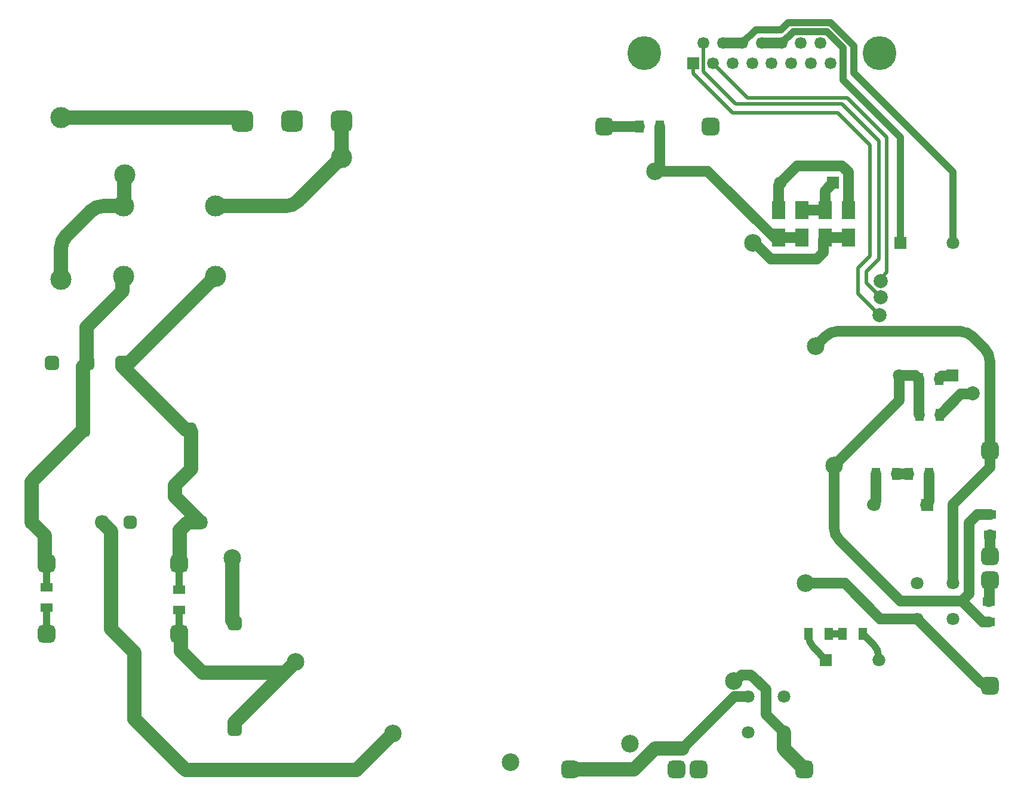
<source format=gbl>
G04*
G04 #@! TF.GenerationSoftware,Altium Limited,Altium Designer,22.4.2 (48)*
G04*
G04 Layer_Physical_Order=2*
G04 Layer_Color=16711680*
%FSLAX25Y25*%
%MOIN*%
G70*
G04*
G04 #@! TF.SameCoordinates,23B923AA-DDFE-472D-9B1F-352181B22740*
G04*
G04*
G04 #@! TF.FilePolarity,Positive*
G04*
G01*
G75*
%ADD31C,0.07874*%
%ADD32C,0.05906*%
%ADD33R,0.07087X0.04528*%
%ADD34R,0.04528X0.07087*%
%ADD35C,0.03937*%
%ADD36C,0.11811*%
G04:AMPARAMS|DCode=37|XSize=78.74mil|YSize=78.74mil|CornerRadius=19.68mil|HoleSize=0mil|Usage=FLASHONLY|Rotation=180.000|XOffset=0mil|YOffset=0mil|HoleType=Round|Shape=RoundedRectangle|*
%AMROUNDEDRECTD37*
21,1,0.07874,0.03937,0,0,180.0*
21,1,0.03937,0.07874,0,0,180.0*
1,1,0.03937,-0.01968,0.01968*
1,1,0.03937,0.01968,0.01968*
1,1,0.03937,0.01968,-0.01968*
1,1,0.03937,-0.01968,-0.01968*
%
%ADD37ROUNDEDRECTD37*%
%ADD38C,0.18898*%
%ADD39C,0.06653*%
%ADD40R,0.06653X0.06653*%
G04:AMPARAMS|DCode=41|XSize=118.11mil|YSize=118.11mil|CornerRadius=29.53mil|HoleSize=0mil|Usage=FLASHONLY|Rotation=0.000|XOffset=0mil|YOffset=0mil|HoleType=Round|Shape=RoundedRectangle|*
%AMROUNDEDRECTD41*
21,1,0.11811,0.05906,0,0,0.0*
21,1,0.05906,0.11811,0,0,0.0*
1,1,0.05906,0.02953,-0.02953*
1,1,0.05906,-0.02953,-0.02953*
1,1,0.05906,-0.02953,0.02953*
1,1,0.05906,0.02953,0.02953*
%
%ADD41ROUNDEDRECTD41*%
%ADD42C,0.07087*%
%ADD43R,0.07087X0.07087*%
G04:AMPARAMS|DCode=44|XSize=98.43mil|YSize=98.43mil|CornerRadius=24.61mil|HoleSize=0mil|Usage=FLASHONLY|Rotation=180.000|XOffset=0mil|YOffset=0mil|HoleType=Round|Shape=RoundedRectangle|*
%AMROUNDEDRECTD44*
21,1,0.09843,0.04921,0,0,180.0*
21,1,0.04921,0.09843,0,0,180.0*
1,1,0.04921,-0.02461,0.02461*
1,1,0.04921,0.02461,0.02461*
1,1,0.04921,0.02461,-0.02461*
1,1,0.04921,-0.02461,-0.02461*
%
%ADD44ROUNDEDRECTD44*%
%ADD45C,0.09843*%
G04:AMPARAMS|DCode=46|XSize=98.43mil|YSize=98.43mil|CornerRadius=24.61mil|HoleSize=0mil|Usage=FLASHONLY|Rotation=90.000|XOffset=0mil|YOffset=0mil|HoleType=Round|Shape=RoundedRectangle|*
%AMROUNDEDRECTD46*
21,1,0.09843,0.04921,0,0,90.0*
21,1,0.04921,0.09843,0,0,90.0*
1,1,0.04921,0.02461,0.02461*
1,1,0.04921,0.02461,-0.02461*
1,1,0.04921,-0.02461,-0.02461*
1,1,0.04921,-0.02461,0.02461*
%
%ADD46ROUNDEDRECTD46*%
G04:AMPARAMS|DCode=47|XSize=78.74mil|YSize=78.74mil|CornerRadius=19.68mil|HoleSize=0mil|Usage=FLASHONLY|Rotation=90.000|XOffset=0mil|YOffset=0mil|HoleType=Round|Shape=RoundedRectangle|*
%AMROUNDEDRECTD47*
21,1,0.07874,0.03937,0,0,90.0*
21,1,0.03937,0.07874,0,0,90.0*
1,1,0.03937,0.01968,0.01968*
1,1,0.03937,0.01968,-0.01968*
1,1,0.03937,-0.01968,-0.01968*
1,1,0.03937,-0.01968,0.01968*
%
%ADD47ROUNDEDRECTD47*%
%ADD48C,0.06693*%
G04:AMPARAMS|DCode=49|XSize=70.87mil|YSize=70.87mil|CornerRadius=17.72mil|HoleSize=0mil|Usage=FLASHONLY|Rotation=180.000|XOffset=0mil|YOffset=0mil|HoleType=Round|Shape=RoundedRectangle|*
%AMROUNDEDRECTD49*
21,1,0.07087,0.03543,0,0,180.0*
21,1,0.03543,0.07087,0,0,180.0*
1,1,0.03543,-0.01772,0.01772*
1,1,0.03543,0.01772,0.01772*
1,1,0.03543,0.01772,-0.01772*
1,1,0.03543,-0.01772,-0.01772*
%
%ADD49ROUNDEDRECTD49*%
%ADD50C,0.07874*%
%ADD51R,0.07677X0.10433*%
%ADD52C,0.01968*%
D31*
X-126642Y108500D02*
G03*
X-119571Y111429I0J10000D01*
G01*
X-232166Y107747D02*
G03*
X-235429Y105571I3808J-9247D01*
G01*
X-228358Y108500D02*
G03*
X-232166Y107747I0J-10000D01*
G01*
X-249071Y91929D02*
G03*
X-252000Y84858I7071J-7071D01*
G01*
X-185197Y-134188D02*
Y-130370D01*
X-185000Y-140000D02*
Y-134385D01*
X-173000Y-152000D02*
X-127186D01*
X-185000Y-140000D02*
X-173000Y-152000D01*
X-185197Y-134188D02*
X-185000Y-134385D01*
X-185630Y-90449D02*
Y-72613D01*
X-181017Y-68000D02*
X-174130D01*
X-186181Y-91000D02*
X-185630Y-90449D01*
Y-72613D02*
X-181017Y-68000D01*
X-119571Y111429D02*
X-95441Y135559D01*
X-165819Y108500D02*
X-126642D01*
X-228358D02*
X-217000D01*
X-249071Y91929D02*
X-235429Y105571D01*
X-252000Y67500D02*
Y84858D01*
X-217815Y18815D02*
Y21000D01*
X-182500Y-16500D02*
X-180500D01*
X-217815Y18815D02*
X-182500Y-16500D01*
X-180500D02*
X-179500Y-17500D01*
X-213949Y21000D02*
X-165819Y69130D01*
X-239555Y18945D02*
X-237500Y21000D01*
X-239555Y-16500D02*
Y18945D01*
X-268500Y-47500D02*
Y-45445D01*
X-239555Y-16500D01*
X-237685Y20315D02*
Y40815D01*
X-188500Y-47500D02*
X-179500Y-38500D01*
Y-17500D01*
X-188500Y-53630D02*
Y-47500D01*
X-217815Y21000D02*
X-213949D01*
X-217753Y60747D02*
Y68377D01*
X-237685Y40815D02*
X-217753Y60747D01*
Y68377D02*
X-217000Y69130D01*
X68000Y-206000D02*
X79554Y-194446D01*
X95054D01*
X32445Y-206000D02*
X68000D01*
X-152610Y158051D02*
X-150559Y156000D01*
X-252000Y158051D02*
X-152610D01*
X-217000Y108500D02*
X-216750Y108750D01*
Y125750D01*
X-216500Y126000D01*
X-155000Y-179814D02*
X-127186Y-152000D01*
X-121217Y-146031D01*
X-95441Y135559D02*
Y156000D01*
X-211000Y-178000D02*
Y-140750D01*
X-182500Y-206500D02*
X-87211D01*
X-211000Y-178000D02*
X-182500Y-206500D01*
X-87211D02*
X-66710Y-185998D01*
X-259016Y-131354D02*
Y-130370D01*
X-224000Y-127750D02*
Y-73000D01*
Y-127750D02*
X-211000Y-140750D01*
X-229000Y-68000D02*
X-224000Y-73000D01*
X-155000Y-183555D02*
Y-179814D01*
X-156281Y-123219D02*
Y-88248D01*
Y-123219D02*
X-155000Y-124500D01*
X163055Y-206000D02*
X164071Y-204984D01*
X151500Y-194445D02*
Y-185500D01*
Y-194445D02*
X163055Y-206000D01*
X-188500Y-53630D02*
X-174130Y-68000D01*
X-259016Y-131354D02*
X-258910Y-131461D01*
X-268370Y-68000D02*
X-260984Y-75386D01*
Y-90016D02*
Y-75386D01*
Y-90016D02*
X-260000Y-91000D01*
X-268500Y-67870D02*
Y-47500D01*
Y-67870D02*
X-268370Y-68000D01*
D32*
X266500Y21858D02*
G03*
X263571Y28929I-10000J0D01*
G01*
X256929Y35571D02*
G03*
X249858Y38500I-7071J-7071D01*
G01*
X181676D02*
G03*
X174605Y35571I0J-10000D01*
G01*
X204030Y-144794D02*
G03*
X204031Y-144795I497J497D01*
G01*
D02*
G03*
X204528Y-145000I497J498D01*
G01*
X179563Y-70921D02*
G03*
X182492Y-77992I10000J0D01*
G01*
X261379Y-157379D02*
G03*
X266500Y-159500I5121J5121D01*
G01*
X123909Y-165591D02*
X131409D01*
X95054Y-194446D02*
X123909Y-165591D01*
X131409D02*
X131500Y-165500D01*
X82209Y131563D02*
Y153000D01*
X79710Y129064D02*
X82209Y131563D01*
X79710Y127998D02*
Y129064D01*
X70791Y153000D02*
X70791Y153000D01*
X51445Y153000D02*
X70791D01*
X255010Y-68490D02*
X259709Y-63791D01*
X266500D01*
X255010Y-107990D02*
Y-68490D01*
X251000Y-112000D02*
X255010Y-107990D01*
X266500Y-87055D02*
Y-75209D01*
Y-37500D02*
Y21858D01*
X246000Y-58000D02*
X266500Y-37500D01*
X246000Y-102000D02*
Y-58000D01*
X262709Y-123709D02*
X266000D01*
X251000Y-112000D02*
X262709Y-123709D01*
X266250Y-112041D02*
Y-100695D01*
X266500Y-100445D01*
X266000Y-112291D02*
X266250Y-112041D01*
X216500Y-112000D02*
X251000D01*
X158972Y131000D02*
X184000D01*
X149472Y121500D02*
X158972Y131000D01*
X184000D02*
X187500Y127500D01*
Y106276D02*
Y127500D01*
X148500Y120208D02*
X149472Y121180D01*
Y121500D01*
X148500Y106276D02*
Y120208D01*
X174500Y117000D02*
X179000Y121500D01*
X174500Y106276D02*
Y117000D01*
X161500Y106276D02*
X174500D01*
X148500Y90724D02*
X161500D01*
X146276D02*
X148500D01*
X109002Y127998D02*
X146276Y90724D01*
X79710Y127998D02*
X109002D01*
X174500Y90724D02*
X187500D01*
X170000Y79000D02*
X173614Y82614D01*
Y89839D02*
X174500Y90724D01*
X173614Y82614D02*
Y89839D01*
X144314Y79000D02*
X170000D01*
X134217Y88031D02*
X135283D01*
X144314Y79000D01*
X181676Y38500D02*
X249858D01*
X169281Y30248D02*
X174605Y35571D01*
X256929D02*
X263571Y28929D01*
X117473Y199500D02*
X128378D01*
X150189D02*
X150391D01*
X139284D02*
X150189D01*
X250307Y3500D02*
X255500D01*
X256000Y4000D01*
X238807Y-8000D02*
X250307Y3500D01*
X238709Y-8000D02*
X238807D01*
X226791Y12000D02*
X227041Y11750D01*
Y-7750D02*
Y11750D01*
Y-7750D02*
X227291Y-8000D01*
X239717Y13409D02*
X244910D01*
X245500Y14000D01*
X238307Y12000D02*
X239717Y13409D01*
X238209Y12000D02*
X238307D01*
X216198Y13774D02*
X224919D01*
X226693Y12000D01*
X226791D01*
X215972Y14000D02*
X216198Y13774D01*
X179563Y-36556D02*
X215972Y-147D01*
Y14000D01*
X124597Y-156717D02*
X127961Y-153353D01*
X123531Y-156717D02*
X124597D01*
X132853Y-153353D02*
X133500Y-154000D01*
X127961Y-153353D02*
X132853D01*
X134000Y-154000D02*
X141500Y-161500D01*
X133500Y-154000D02*
X134000D01*
X141500Y-175500D02*
X151500Y-185500D01*
X141500Y-175500D02*
Y-161500D01*
X232709Y-56319D02*
Y-41000D01*
X230528Y-58500D02*
X232709Y-56319D01*
X202791Y-56389D02*
Y-41000D01*
X201000Y-58500D02*
Y-58180D01*
X202791Y-56389D01*
X182492Y-77992D02*
X216500Y-112000D01*
X226000Y-122000D02*
X261379Y-157379D01*
X205394Y-122000D02*
X226000D01*
X185603Y-102209D02*
X205394Y-122000D01*
X163498Y-102209D02*
X185603D01*
X264531Y-157531D02*
X266500Y-159500D01*
X179563Y-70921D02*
Y-36556D01*
X214209Y-41000D02*
X221291D01*
D33*
X266500Y-63791D02*
D03*
Y-75209D02*
D03*
X266000Y-123709D02*
D03*
Y-112291D02*
D03*
X-186000Y-105791D02*
D03*
Y-117209D02*
D03*
X-260000Y-104291D02*
D03*
Y-115709D02*
D03*
D34*
X70791Y153000D02*
D03*
X82209D02*
D03*
X176709Y-130500D02*
D03*
X165291D02*
D03*
X195709D02*
D03*
X184291D02*
D03*
X202791Y-41000D02*
D03*
X214209D02*
D03*
X221291D02*
D03*
X232709D02*
D03*
X238709Y-8000D02*
D03*
X227291D02*
D03*
X226791Y12000D02*
D03*
X238209D02*
D03*
D35*
X204528Y-143461D02*
G03*
X201599Y-136390I-10000J0D01*
G01*
X165291Y-131149D02*
G03*
X168220Y-138220I10000J0D01*
G01*
X-186091Y-130280D02*
Y-117299D01*
X-186000Y-117209D01*
X-186181Y-130370D02*
X-186091Y-130280D01*
X-186181Y-91000D02*
X-186091Y-91091D01*
Y-105701D02*
X-186000Y-105791D01*
X-186091Y-105701D02*
Y-91091D01*
X-260000Y-130370D02*
Y-115709D01*
Y-104291D02*
Y-91000D01*
X190500Y183000D02*
X246000Y127500D01*
X216472Y88000D02*
Y147028D01*
X246000Y88000D02*
Y127500D01*
X184500Y179000D02*
Y197000D01*
X190500Y183000D02*
Y197982D01*
X184500Y179000D02*
X216472Y147028D01*
X175500Y206000D02*
X184500Y197000D01*
X153969Y210937D02*
X177545D01*
X156891Y206000D02*
X175500D01*
X177545Y210937D02*
X190500Y197982D01*
X150031Y207000D02*
X153969Y210937D01*
X135878Y207000D02*
X150031D01*
X150391Y199500D02*
X156891Y206000D01*
X128378Y199500D02*
X135878Y207000D01*
X168220Y-138220D02*
X175000Y-145000D01*
X204528D02*
Y-143461D01*
X195709Y-130500D02*
X201599Y-136390D01*
X204030Y-144794D02*
X204031Y-144795D01*
X165291Y-131149D02*
Y-130500D01*
X176709D02*
X184291D01*
D36*
X-252000Y158051D02*
D03*
Y67500D02*
D03*
X-165819Y108500D02*
D03*
Y69130D02*
D03*
X-217000Y108500D02*
D03*
Y69130D02*
D03*
X-95441Y135559D02*
D03*
X-216500Y126000D02*
D03*
D37*
X-180500Y-16500D02*
D03*
X-239555D02*
D03*
X-217815Y21000D02*
D03*
X-237500D02*
D03*
X-257185D02*
D03*
D38*
X204874Y193910D02*
D03*
X73693D02*
D03*
D39*
X177453Y188319D02*
D03*
X172000Y199500D02*
D03*
X166547Y188319D02*
D03*
X161094Y199500D02*
D03*
X155642Y188319D02*
D03*
X150189Y199500D02*
D03*
X144736Y188319D02*
D03*
X139284Y199500D02*
D03*
X133831Y188319D02*
D03*
X128378Y199500D02*
D03*
X122925Y188319D02*
D03*
X117473Y199500D02*
D03*
X112020Y188319D02*
D03*
X106567Y199500D02*
D03*
D40*
X101114Y188319D02*
D03*
D41*
X-123000Y156000D02*
D03*
X-95441D02*
D03*
X-150559D02*
D03*
D42*
X149472Y121500D02*
D03*
X226000Y-102000D02*
D03*
X246000D02*
D03*
Y-122000D02*
D03*
X226000D02*
D03*
X215972Y14000D02*
D03*
X202000Y-58500D02*
D03*
X246000Y88000D02*
D03*
X204528Y-145000D02*
D03*
X151500Y-165500D02*
D03*
Y-185500D02*
D03*
X131500D02*
D03*
Y-165500D02*
D03*
D43*
X179000Y121500D02*
D03*
X245500Y14000D02*
D03*
X231528Y-58500D02*
D03*
X216472Y88000D02*
D03*
X175000Y-145000D02*
D03*
D44*
X-260000Y-130370D02*
D03*
Y-91000D02*
D03*
X-186181D02*
D03*
Y-130370D02*
D03*
X110500Y153000D02*
D03*
X51445Y153000D02*
D03*
X163055Y-206000D02*
D03*
X104000D02*
D03*
X91500D02*
D03*
X32445D02*
D03*
D45*
X-156281Y-88248D02*
D03*
X-121217Y-146031D02*
D03*
X-66710Y-185998D02*
D03*
X-1056Y-202063D02*
D03*
X65748Y-191781D02*
D03*
X123531Y-156717D02*
D03*
X163498Y-102209D02*
D03*
X179563Y-36556D02*
D03*
X169281Y30248D02*
D03*
X134217Y88031D02*
D03*
X79710Y127998D02*
D03*
D46*
X266500Y-28000D02*
D03*
Y-87055D02*
D03*
Y-100445D02*
D03*
Y-159500D02*
D03*
D47*
X-155000Y-124500D02*
D03*
Y-183555D02*
D03*
D48*
X-188500Y-47500D02*
D03*
X-268500D02*
D03*
D49*
X-268370Y-68000D02*
D03*
X-229000D02*
D03*
X-174130D02*
D03*
X-213500D02*
D03*
D50*
X205500Y66500D02*
D03*
Y57500D02*
D03*
X205000Y47500D02*
D03*
X257000Y4000D02*
D03*
D51*
X174500Y106276D02*
D03*
Y90724D02*
D03*
X161500Y106276D02*
D03*
Y90724D02*
D03*
X187500D02*
D03*
Y106276D02*
D03*
X148500Y90724D02*
D03*
Y106276D02*
D03*
D52*
X193000Y59500D02*
Y74000D01*
Y59500D02*
X205000Y47500D01*
X193000Y74000D02*
X199500Y80500D01*
Y142500D01*
X204500Y79000D02*
Y145000D01*
X197500Y72000D02*
X204500Y79000D01*
X197500Y65500D02*
Y72000D01*
Y65500D02*
X205500Y57500D01*
X181500Y160500D02*
X199500Y142500D01*
X123000Y160500D02*
X181500D01*
X184000Y165500D02*
X204500Y145000D01*
X187045Y168955D02*
X209000Y147000D01*
X131384Y168955D02*
X187045D01*
X209000Y71500D02*
Y147000D01*
X124567Y165500D02*
X184000D01*
X101114Y182386D02*
X123000Y160500D01*
X101114Y182386D02*
Y188319D01*
X106567Y183500D02*
Y199500D01*
Y183500D02*
X124567Y165500D01*
X205500Y66500D02*
Y68000D01*
X209000Y71500D01*
X112020Y188319D02*
X131384Y168955D01*
M02*

</source>
